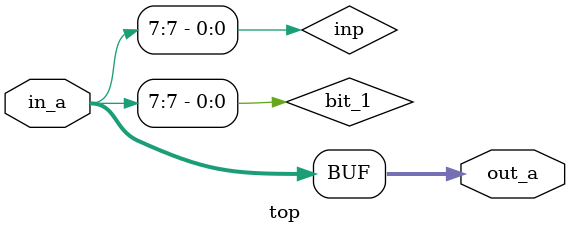
<source format=sv>
module top (
	output logic [7:0] out_a,
	input logic [7:0] in_a
);

	logic bit_1;
	logic inp;

	assign inp = in_a[7];
	assign out_a = {inp, in_a[6], in_a[5], in_a[4], in_a[3], in_a[2], in_a[1], in_a[0]};

	assign bit_1 = inp;
endmodule



</source>
